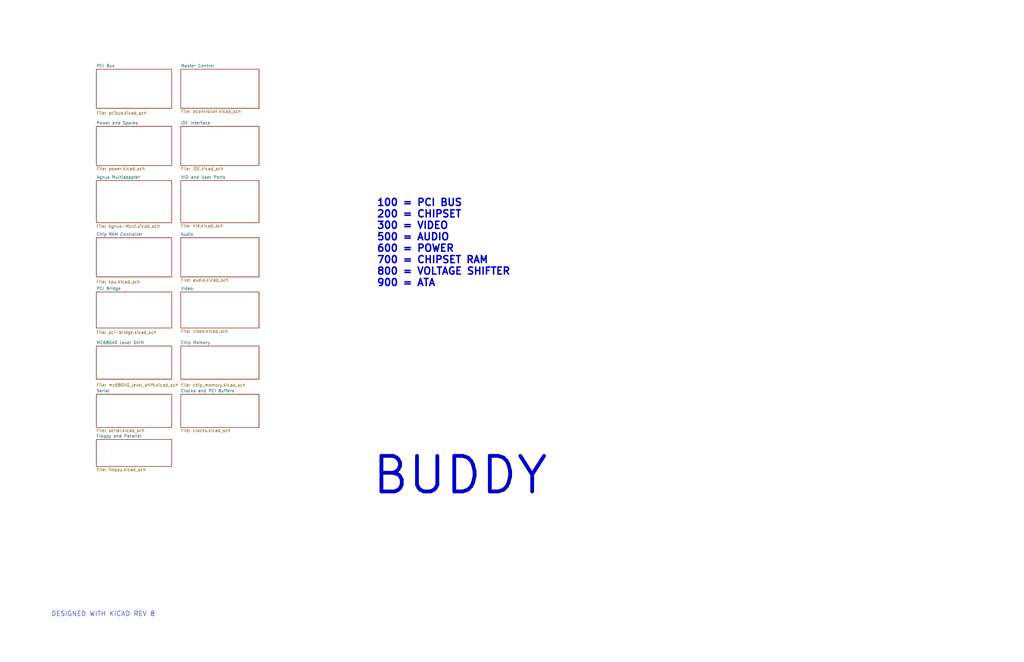
<source format=kicad_sch>
(kicad_sch
	(version 20231120)
	(generator "eeschema")
	(generator_version "8.0")
	(uuid "72453515-27fe-4336-91f3-e3c8054f7767")
	(paper "USLedger")
	(title_block
		(title "AMIGA PCI")
		(date "2025-04-01")
		(rev "5.1")
	)
	(lib_symbols)
	(text "100 = PCI BUS\n200 = CHIPSET\n300 = VIDEO\n500 = AUDIO\n600 = POWER\n700 = CHIPSET RAM\n800 = VOLTAGE SHIFTER\n900 = ATA"
		(exclude_from_sim no)
		(at 158.75 121.158 0)
		(effects
			(font
				(size 3 3)
				(bold yes)
			)
			(justify left bottom)
		)
		(uuid "03d6913e-0783-4f08-bd37-f7010da4e748")
	)
	(text "DESIGNED WITH KiCAD REV 8"
		(exclude_from_sim no)
		(at 21.59 260.35 0)
		(effects
			(font
				(size 2 2)
			)
			(justify left bottom)
		)
		(uuid "15edd3ae-2f36-4266-b83b-a51bfc978075")
	)
	(text "BUDDY"
		(exclude_from_sim no)
		(at 156.21 209.55 0)
		(effects
			(font
				(size 15 15)
				(thickness 1.6)
				(bold yes)
			)
			(justify left bottom)
		)
		(uuid "82c564f8-ce35-4e3e-8545-a15c252dc228")
	)
	(sheet
		(at 40.64 100.33)
		(size 31.75 16.51)
		(fields_autoplaced yes)
		(stroke
			(width 0.1524)
			(type solid)
		)
		(fill
			(color 0 0 0 0.0000)
		)
		(uuid "14024e2c-eaac-4547-8875-4a8ac58b1720")
		(property "Sheetname" "Chip RAM Controller"
			(at 40.64 99.6184 0)
			(effects
				(font
					(size 1.27 1.27)
				)
				(justify left bottom)
			)
		)
		(property "Sheetfile" "cpu.kicad_sch"
			(at 40.64 118.1866 0)
			(effects
				(font
					(size 1.27 1.27)
				)
				(justify left top)
			)
		)
		(instances
			(project "AmigaPCI Mainboard"
				(path "/72453515-27fe-4336-91f3-e3c8054f7767"
					(page "13")
				)
			)
		)
	)
	(sheet
		(at 40.64 76.2)
		(size 31.75 17.78)
		(stroke
			(width 0.1524)
			(type solid)
		)
		(fill
			(color 0 0 0 0.0000)
		)
		(uuid "2b6a6f7b-f16f-448f-a082-ded618631c29")
		(property "Sheetname" "Agnus Multiadapter"
			(at 40.64 75.4884 0)
			(effects
				(font
					(size 1.27 1.27)
				)
				(justify left bottom)
			)
		)
		(property "Sheetfile" "Agnus-Multi.kicad_sch"
			(at 40.64 94.742 0)
			(effects
				(font
					(size 1.27 1.27)
				)
				(justify left top)
			)
		)
		(instances
			(project "AmigaPCI Mainboard"
				(path "/72453515-27fe-4336-91f3-e3c8054f7767"
					(page "6")
				)
			)
		)
	)
	(sheet
		(at 76.2 123.19)
		(size 33.02 15.24)
		(fields_autoplaced yes)
		(stroke
			(width 0.1524)
			(type solid)
		)
		(fill
			(color 0 0 0 0.0000)
		)
		(uuid "34f2eda3-97b6-4f91-ad2d-01637d6f5405")
		(property "Sheetname" "Video"
			(at 76.2 122.4784 0)
			(effects
				(font
					(size 1.27 1.27)
				)
				(justify left bottom)
			)
		)
		(property "Sheetfile" "video.kicad_sch"
			(at 76.2 139.0146 0)
			(effects
				(font
					(size 1.27 1.27)
				)
				(justify left top)
			)
		)
		(instances
			(project "AmigaPCI Mainboard"
				(path "/72453515-27fe-4336-91f3-e3c8054f7767"
					(page "8")
				)
			)
		)
	)
	(sheet
		(at 40.64 146.05)
		(size 31.75 13.97)
		(fields_autoplaced yes)
		(stroke
			(width 0.1524)
			(type solid)
		)
		(fill
			(color 0 0 0 0.0000)
		)
		(uuid "3746f476-970c-4acb-b19d-33c43fff35fb")
		(property "Sheetname" "MC68040 Level Shift"
			(at 40.64 145.3384 0)
			(effects
				(font
					(size 1.27 1.27)
				)
				(justify left bottom)
			)
		)
		(property "Sheetfile" "mc68040_level_shift.kicad_sch"
			(at 40.64 161.7476 0)
			(effects
				(font
					(size 1.27 1.27)
				)
				(justify left top)
			)
		)
		(instances
			(project "AmigaPCI Mainboard"
				(path "/72453515-27fe-4336-91f3-e3c8054f7767"
					(page "17")
				)
			)
		)
	)
	(sheet
		(at 40.64 53.34)
		(size 31.75 16.51)
		(fields_autoplaced yes)
		(stroke
			(width 0.1524)
			(type solid)
		)
		(fill
			(color 0 0 0 0.0000)
		)
		(uuid "4cb777ef-2899-49f4-b38f-a0c07d84fa7d")
		(property "Sheetname" "Power and Spares"
			(at 40.64 52.6284 0)
			(effects
				(font
					(size 1.27 1.27)
				)
				(justify left bottom)
			)
		)
		(property "Sheetfile" "power.kicad_sch"
			(at 40.64 70.4296 0)
			(effects
				(font
					(size 1.27 1.27)
				)
				(justify left top)
			)
		)
		(instances
			(project "AmigaPCI Mainboard"
				(path "/72453515-27fe-4336-91f3-e3c8054f7767"
					(page "3")
				)
			)
		)
	)
	(sheet
		(at 76.2 76.2)
		(size 33.02 17.78)
		(fields_autoplaced yes)
		(stroke
			(width 0.1524)
			(type solid)
		)
		(fill
			(color 0 0 0 0.0000)
		)
		(uuid "60b2ee65-4978-4bd8-934d-67b9c15d34cc")
		(property "Sheetname" "HID and User Ports"
			(at 76.2 75.4884 0)
			(effects
				(font
					(size 1.27 1.27)
				)
				(justify left bottom)
			)
		)
		(property "Sheetfile" "hid.kicad_sch"
			(at 76.2 94.5646 0)
			(effects
				(font
					(size 1.27 1.27)
				)
				(justify left top)
			)
		)
		(instances
			(project "AmigaPCI Mainboard"
				(path "/72453515-27fe-4336-91f3-e3c8054f7767"
					(page "15")
				)
			)
		)
	)
	(sheet
		(at 76.2 29.21)
		(size 33.02 16.51)
		(fields_autoplaced yes)
		(stroke
			(width 0.1524)
			(type solid)
		)
		(fill
			(color 0 0 0 0.0000)
		)
		(uuid "62a07d55-3759-49a3-8a3f-631cb4902a24")
		(property "Sheetname" "Master Control"
			(at 76.2 28.4984 0)
			(effects
				(font
					(size 1.27 1.27)
				)
				(justify left bottom)
			)
		)
		(property "Sheetfile" "bcontroller.kicad_sch"
			(at 76.2 46.2846 0)
			(effects
				(font
					(size 1.27 1.27)
				)
				(justify left top)
			)
		)
		(instances
			(project "AmigaPCI Mainboard"
				(path "/72453515-27fe-4336-91f3-e3c8054f7767"
					(page "5")
				)
			)
		)
	)
	(sheet
		(at 40.64 185.42)
		(size 31.75 11.43)
		(fields_autoplaced yes)
		(stroke
			(width 0.1524)
			(type solid)
		)
		(fill
			(color 0 0 0 0.0000)
		)
		(uuid "64185471-b9ae-4a50-a046-7157e86a04d0")
		(property "Sheetname" "Floppy and Parallel"
			(at 40.64 184.7084 0)
			(effects
				(font
					(size 1.27 1.27)
				)
				(justify left bottom)
			)
		)
		(property "Sheetfile" "floppy.kicad_sch"
			(at 40.64 197.4346 0)
			(effects
				(font
					(size 1.27 1.27)
				)
				(justify left top)
			)
		)
		(instances
			(project "AmigaPCI Mainboard"
				(path "/72453515-27fe-4336-91f3-e3c8054f7767"
					(page "10")
				)
			)
		)
	)
	(sheet
		(at 40.64 166.37)
		(size 31.75 13.97)
		(fields_autoplaced yes)
		(stroke
			(width 0.1524)
			(type solid)
		)
		(fill
			(color 0 0 0 0.0000)
		)
		(uuid "70231775-58c2-469a-996a-fc3c3a4a8de1")
		(property "Sheetname" "Serial"
			(at 40.64 165.6584 0)
			(effects
				(font
					(size 1.27 1.27)
				)
				(justify left bottom)
			)
		)
		(property "Sheetfile" "serial.kicad_sch"
			(at 40.64 180.9246 0)
			(effects
				(font
					(size 1.27 1.27)
				)
				(justify left top)
			)
		)
		(instances
			(project "AmigaPCI Mainboard"
				(path "/72453515-27fe-4336-91f3-e3c8054f7767"
					(page "11")
				)
			)
		)
	)
	(sheet
		(at 76.2 100.33)
		(size 33.02 16.51)
		(fields_autoplaced yes)
		(stroke
			(width 0.1524)
			(type solid)
		)
		(fill
			(color 0 0 0 0.0000)
		)
		(uuid "71ea5834-c2f1-44b0-9a09-0538600b01fd")
		(property "Sheetname" "Audio"
			(at 76.2 99.6184 0)
			(effects
				(font
					(size 1.27 1.27)
				)
				(justify left bottom)
			)
		)
		(property "Sheetfile" "audio.kicad_sch"
			(at 76.2 117.4246 0)
			(effects
				(font
					(size 1.27 1.27)
				)
				(justify left top)
			)
		)
		(instances
			(project "AmigaPCI Mainboard"
				(path "/72453515-27fe-4336-91f3-e3c8054f7767"
					(page "9")
				)
			)
		)
	)
	(sheet
		(at 76.2 53.34)
		(size 33.02 16.51)
		(fields_autoplaced yes)
		(stroke
			(width 0.1524)
			(type solid)
		)
		(fill
			(color 0 0 0 0.0000)
		)
		(uuid "7a35a97e-5686-44dd-976e-0306b0eb5ef2")
		(property "Sheetname" "IDE Interface"
			(at 76.2 52.6284 0)
			(effects
				(font
					(size 1.27 1.27)
				)
				(justify left bottom)
			)
		)
		(property "Sheetfile" "IDE.kicad_sch"
			(at 76.2 70.4346 0)
			(effects
				(font
					(size 1.27 1.27)
				)
				(justify left top)
			)
		)
		(instances
			(project "AmigaPCI Mainboard"
				(path "/72453515-27fe-4336-91f3-e3c8054f7767"
					(page "12")
				)
			)
		)
	)
	(sheet
		(at 40.64 29.21)
		(size 31.75 16.51)
		(fields_autoplaced yes)
		(stroke
			(width 0.1524)
			(type solid)
		)
		(fill
			(color 0 0 0 0.0000)
		)
		(uuid "c23015fc-f40a-4f75-aa79-1dfe37c2fc2e")
		(property "Sheetname" "PCI Bus"
			(at 40.64 28.4984 0)
			(effects
				(font
					(size 1.27 1.27)
				)
				(justify left bottom)
			)
		)
		(property "Sheetfile" "pcibus.kicad_sch"
			(at 40.64 46.9396 0)
			(effects
				(font
					(size 1.27 1.27)
				)
				(justify left top)
			)
		)
		(instances
			(project "AmigaPCI Mainboard"
				(path "/72453515-27fe-4336-91f3-e3c8054f7767"
					(page "2")
				)
			)
		)
	)
	(sheet
		(at 40.64 123.19)
		(size 31.75 15.24)
		(fields_autoplaced yes)
		(stroke
			(width 0.1524)
			(type solid)
		)
		(fill
			(color 0 0 0 0.0000)
		)
		(uuid "c71cba2c-aa10-44ea-a37d-abe4b67b6d89")
		(property "Sheetname" "PCI Bridge"
			(at 40.64 122.4784 0)
			(effects
				(font
					(size 1.27 1.27)
				)
				(justify left bottom)
			)
		)
		(property "Sheetfile" "pci-bridge.kicad_sch"
			(at 40.64 139.5226 0)
			(effects
				(font
					(size 1.27 1.27)
				)
				(justify left top)
			)
		)
		(instances
			(project "AmigaPCI Mainboard"
				(path "/72453515-27fe-4336-91f3-e3c8054f7767"
					(page "16")
				)
			)
		)
	)
	(sheet
		(at 76.2 166.37)
		(size 33.02 13.97)
		(fields_autoplaced yes)
		(stroke
			(width 0.1524)
			(type solid)
		)
		(fill
			(color 0 0 0 0.0000)
		)
		(uuid "d671396a-959f-409b-8612-87cb620c51cb")
		(property "Sheetname" "Clocks and PCI Buffers"
			(at 76.2 165.6584 0)
			(effects
				(font
					(size 1.27 1.27)
				)
				(justify left bottom)
			)
		)
		(property "Sheetfile" "clocks.kicad_sch"
			(at 76.2 180.9246 0)
			(effects
				(font
					(size 1.27 1.27)
				)
				(justify left top)
			)
		)
		(instances
			(project "AmigaPCI Mainboard"
				(path "/72453515-27fe-4336-91f3-e3c8054f7767"
					(page "7")
				)
			)
		)
	)
	(sheet
		(at 76.2 146.05)
		(size 33.02 13.97)
		(stroke
			(width 0.1524)
			(type solid)
		)
		(fill
			(color 0 0 0 0.0000)
		)
		(uuid "f63de3eb-8614-4bac-88f2-650f5bad2338")
		(property "Sheetname" "Chip Memory"
			(at 76.2 145.3384 0)
			(effects
				(font
					(size 1.27 1.27)
				)
				(justify left bottom)
			)
		)
		(property "Sheetfile" "chip_memory.kicad_sch"
			(at 76.2 161.798 0)
			(effects
				(font
					(size 1.27 1.27)
				)
				(justify left top)
			)
		)
		(instances
			(project "AmigaPCI Mainboard"
				(path "/72453515-27fe-4336-91f3-e3c8054f7767"
					(page "14")
				)
			)
		)
	)
	(sheet_instances
		(path "/"
			(page "1")
		)
	)
)

</source>
